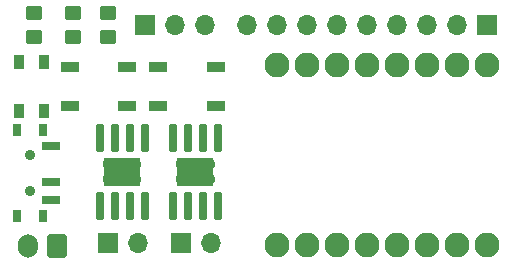
<source format=gbr>
%TF.GenerationSoftware,KiCad,Pcbnew,8.0.1*%
%TF.CreationDate,2024-05-27T16:44:31-06:00*%
%TF.ProjectId,KETSINI,4b455453-494e-4492-9e6b-696361645f70,rev?*%
%TF.SameCoordinates,Original*%
%TF.FileFunction,Soldermask,Top*%
%TF.FilePolarity,Negative*%
%FSLAX46Y46*%
G04 Gerber Fmt 4.6, Leading zero omitted, Abs format (unit mm)*
G04 Created by KiCad (PCBNEW 8.0.1) date 2024-05-27 16:44:31*
%MOMM*%
%LPD*%
G01*
G04 APERTURE LIST*
G04 Aperture macros list*
%AMRoundRect*
0 Rectangle with rounded corners*
0 $1 Rounding radius*
0 $2 $3 $4 $5 $6 $7 $8 $9 X,Y pos of 4 corners*
0 Add a 4 corners polygon primitive as box body*
4,1,4,$2,$3,$4,$5,$6,$7,$8,$9,$2,$3,0*
0 Add four circle primitives for the rounded corners*
1,1,$1+$1,$2,$3*
1,1,$1+$1,$4,$5*
1,1,$1+$1,$6,$7*
1,1,$1+$1,$8,$9*
0 Add four rect primitives between the rounded corners*
20,1,$1+$1,$2,$3,$4,$5,0*
20,1,$1+$1,$4,$5,$6,$7,0*
20,1,$1+$1,$6,$7,$8,$9,0*
20,1,$1+$1,$8,$9,$2,$3,0*%
G04 Aperture macros list end*
%ADD10R,3.100000X2.400000*%
%ADD11RoundRect,0.070000X-0.250000X1.100000X-0.250000X-1.100000X0.250000X-1.100000X0.250000X1.100000X0*%
%ADD12C,0.770000*%
%ADD13RoundRect,0.102000X-0.325000X0.525000X-0.325000X-0.525000X0.325000X-0.525000X0.325000X0.525000X0*%
%ADD14R,1.500000X0.900000*%
%ADD15R,1.700000X1.700000*%
%ADD16O,1.700000X1.700000*%
%ADD17RoundRect,0.250000X0.450000X-0.350000X0.450000X0.350000X-0.450000X0.350000X-0.450000X-0.350000X0*%
%ADD18R,0.800000X1.000000*%
%ADD19C,0.900000*%
%ADD20R,1.500000X0.700000*%
%ADD21RoundRect,0.250000X0.600000X0.750000X-0.600000X0.750000X-0.600000X-0.750000X0.600000X-0.750000X0*%
%ADD22O,1.700000X2.000000*%
%ADD23C,2.109000*%
G04 APERTURE END LIST*
D10*
%TO.C,U1*%
X172300000Y-110650000D03*
D11*
X174205000Y-107775000D03*
X172935000Y-107775000D03*
X171665000Y-107775000D03*
X170395000Y-107775000D03*
X170395000Y-113525000D03*
X171665000Y-113525000D03*
X172935000Y-113525000D03*
X174205000Y-113525000D03*
D12*
X173600000Y-110000000D03*
X172300000Y-110000000D03*
X171000000Y-110000000D03*
X173600000Y-111300000D03*
X172300000Y-111300000D03*
X171000000Y-111300000D03*
%TD*%
D13*
%TO.C,S3*%
X159500000Y-101350000D03*
X159500000Y-105500000D03*
X157350000Y-101350000D03*
X157350000Y-105500000D03*
%TD*%
D14*
%TO.C,RGB2*%
X169150000Y-101750000D03*
X169150000Y-105050000D03*
X174050000Y-105050000D03*
X174050000Y-101750000D03*
%TD*%
D15*
%TO.C,MA1*%
X171060000Y-116700000D03*
D16*
X173600000Y-116700000D03*
%TD*%
D15*
%TO.C,MB1*%
X164860000Y-116700000D03*
D16*
X167400000Y-116700000D03*
%TD*%
D10*
%TO.C,U2*%
X166090000Y-110650000D03*
D11*
X167995000Y-107775000D03*
X166725000Y-107775000D03*
X165455000Y-107775000D03*
X164185000Y-107775000D03*
X164185000Y-113525000D03*
X165455000Y-113525000D03*
X166725000Y-113525000D03*
X167995000Y-113525000D03*
D12*
X167390000Y-110000000D03*
X166090000Y-110000000D03*
X164790000Y-110000000D03*
X167390000Y-111300000D03*
X166090000Y-111300000D03*
X164790000Y-111300000D03*
%TD*%
D17*
%TO.C,R2*%
X164900000Y-99200000D03*
X164900000Y-97200000D03*
%TD*%
%TO.C,R1*%
X161950000Y-99200000D03*
X161950000Y-97200000D03*
%TD*%
D18*
%TO.C,SW1*%
X159400000Y-107100000D03*
X157190000Y-107100000D03*
D19*
X158290000Y-109250000D03*
X158290000Y-112250000D03*
D18*
X159400000Y-114400000D03*
X157190000Y-114400000D03*
D20*
X160050000Y-108500000D03*
X160050000Y-111500000D03*
X160050000Y-113000000D03*
%TD*%
D17*
%TO.C,R3*%
X158650000Y-99200000D03*
X158650000Y-97200000D03*
%TD*%
D21*
%TO.C,BATTERY1*%
X160600000Y-116900000D03*
D22*
X158100000Y-116900000D03*
%TD*%
D23*
%TO.C,ESP 32 C3*%
X179220000Y-116870000D03*
X181760000Y-116870000D03*
X184300000Y-116870000D03*
X186840000Y-116870000D03*
X191920000Y-116870000D03*
X189380000Y-116870000D03*
X197000000Y-101630000D03*
X197000000Y-116870000D03*
X194460000Y-101630000D03*
X191920000Y-101630000D03*
X189380000Y-101630000D03*
X186840000Y-101630000D03*
X184300000Y-101630000D03*
X181760000Y-101630000D03*
X179220000Y-101630000D03*
X194460000Y-116870000D03*
%TD*%
D15*
%TO.C,ACT1*%
X168020000Y-98250000D03*
D16*
X170560000Y-98250000D03*
X173100000Y-98250000D03*
%TD*%
D15*
%TO.C,J1*%
X197000000Y-98250000D03*
D16*
X194460000Y-98250000D03*
X191920000Y-98250000D03*
X189380000Y-98250000D03*
X186840000Y-98250000D03*
X184300000Y-98250000D03*
X181760000Y-98250000D03*
X179220000Y-98250000D03*
X176680000Y-98250000D03*
%TD*%
D14*
%TO.C,RGB1*%
X161650000Y-101750000D03*
X161650000Y-105050000D03*
X166550000Y-105050000D03*
X166550000Y-101750000D03*
%TD*%
M02*

</source>
